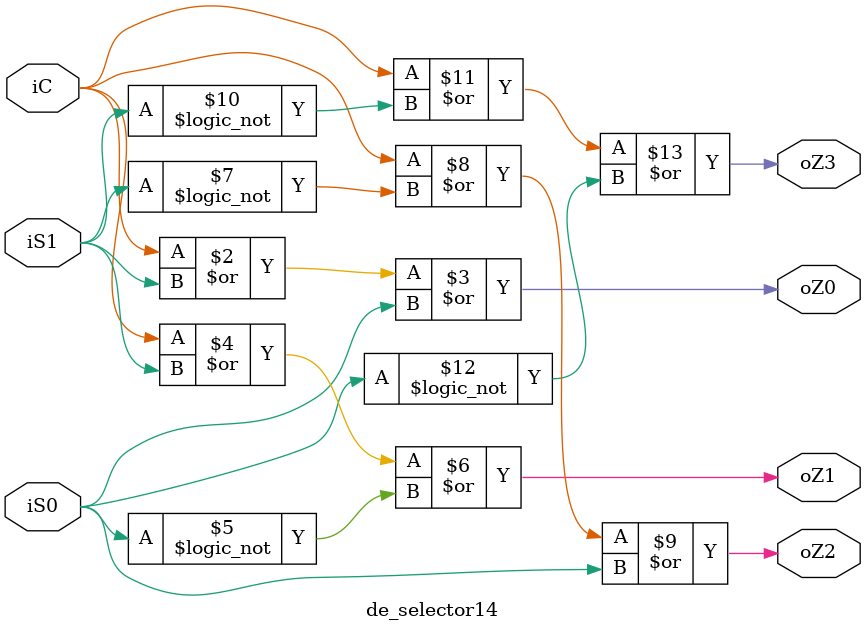
<source format=v>
`timescale 1ns / 1ps


module de_selector14(
    input iC,
    input iS1,
    input iS0,
    output reg oZ0,
    output reg oZ1,
    output reg oZ2,
    output reg oZ3
    );
    always @ ( * )
    begin
        oZ0 = iC |  iS1 |  iS0;
        oZ1 = iC |  iS1 | !iS0;
        oZ2 = iC | !iS1 |  iS0;
        oZ3 = iC | !iS1 | !iS0;
    end
endmodule

</source>
